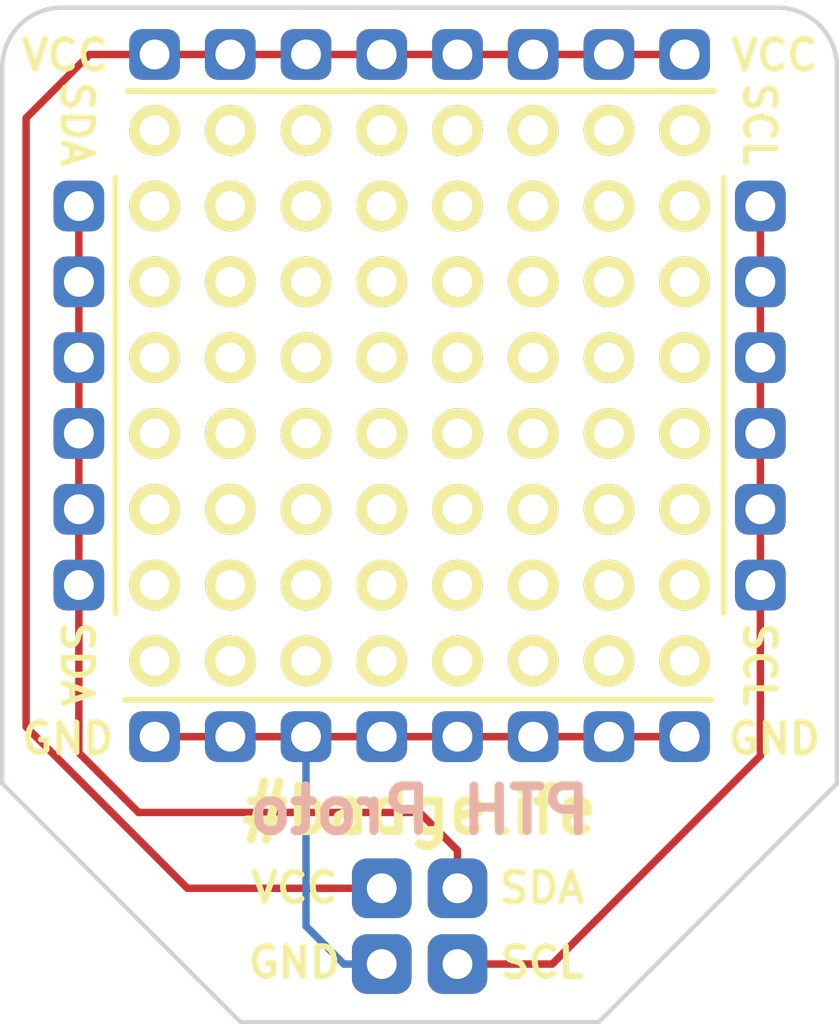
<source format=kicad_pcb>
(kicad_pcb (version 20171130) (host pcbnew "(5.0.0-rc2-dev-222-g3b0a758)")

  (general
    (thickness 1.6)
    (drawings 26)
    (tracks 40)
    (zones 0)
    (modules 69)
    (nets 5)
  )

  (page A4)
  (title_block
    (title "PTH Protoboard")
    (comment 1 "#badgelife")
  )

  (layers
    (0 F.Cu signal)
    (31 B.Cu signal)
    (32 B.Adhes user)
    (33 F.Adhes user)
    (34 B.Paste user)
    (35 F.Paste user)
    (36 B.SilkS user)
    (37 F.SilkS user)
    (38 B.Mask user)
    (39 F.Mask user)
    (40 Dwgs.User user)
    (41 Cmts.User user)
    (42 Eco1.User user)
    (43 Eco2.User user)
    (44 Edge.Cuts user)
    (45 Margin user)
    (46 B.CrtYd user)
    (47 F.CrtYd user)
    (48 B.Fab user)
    (49 F.Fab user)
  )

  (setup
    (last_trace_width 0.25)
    (trace_clearance 0.2)
    (zone_clearance 0.508)
    (zone_45_only no)
    (trace_min 0.2)
    (segment_width 0.2)
    (edge_width 0.15)
    (via_size 0.8)
    (via_drill 0.4)
    (via_min_size 0.4)
    (via_min_drill 0.3)
    (uvia_size 0.3)
    (uvia_drill 0.1)
    (uvias_allowed no)
    (uvia_min_size 0.2)
    (uvia_min_drill 0.1)
    (pcb_text_width 0.3)
    (pcb_text_size 1.5 1.5)
    (mod_edge_width 0.15)
    (mod_text_size 1 1)
    (mod_text_width 0.15)
    (pad_size 1.7 1.7)
    (pad_drill 1)
    (pad_to_mask_clearance 0.2)
    (aux_axis_origin 0 0)
    (grid_origin 65 65)
    (visible_elements FFFFFF7F)
    (pcbplotparams
      (layerselection 0x010fc_ffffffff)
      (usegerberextensions false)
      (usegerberattributes false)
      (usegerberadvancedattributes false)
      (creategerberjobfile false)
      (excludeedgelayer true)
      (linewidth 0.100000)
      (plotframeref false)
      (viasonmask false)
      (mode 1)
      (useauxorigin false)
      (hpglpennumber 1)
      (hpglpenspeed 20)
      (hpglpendiameter 15)
      (psnegative false)
      (psa4output false)
      (plotreference true)
      (plotvalue true)
      (plotinvisibletext false)
      (padsonsilk false)
      (subtractmaskfromsilk false)
      (outputformat 1)
      (mirror false)
      (drillshape 1)
      (scaleselection 1)
      (outputdirectory ""))
  )

  (net 0 "")
  (net 1 SCL)
  (net 2 GND)
  (net 3 SDA)
  (net 4 VCC)

  (net_class Default "This is the default net class."
    (clearance 0.2)
    (trace_width 0.25)
    (via_dia 0.8)
    (via_drill 0.4)
    (uvia_dia 0.3)
    (uvia_drill 0.1)
    (add_net GND)
    (add_net SCL)
    (add_net SDA)
    (add_net VCC)
  )

  (module Pin_Headers:Pin_Header_Straight_1x06_Pitch2.54mm (layer F.Cu) (tedit 5B539BB2) (tstamp 5B565103)
    (at 76.43 58.65)
    (descr "Through hole straight pin header, 1x06, 2.54mm pitch, single row")
    (tags "Through hole pin header THT 1x06 2.54mm single row")
    (path /5B53B7CC)
    (fp_text reference J5 (at 0 -2.33) (layer F.SilkS) hide
      (effects (font (size 1 1) (thickness 0.15)))
    )
    (fp_text value SCL (at 0 15.03) (layer F.Fab)
      (effects (font (size 1 1) (thickness 0.15)))
    )
    (fp_line (start -0.635 -1.27) (end 1.27 -1.27) (layer F.Fab) (width 0.1))
    (fp_line (start 1.27 -1.27) (end 1.27 13.97) (layer F.Fab) (width 0.1))
    (fp_line (start 1.27 13.97) (end -1.27 13.97) (layer F.Fab) (width 0.1))
    (fp_line (start -1.27 13.97) (end -1.27 -0.635) (layer F.Fab) (width 0.1))
    (fp_line (start -1.27 -0.635) (end -0.635 -1.27) (layer F.Fab) (width 0.1))
    (fp_line (start -1.8 -1.8) (end -1.8 14.5) (layer F.CrtYd) (width 0.05))
    (fp_line (start -1.8 14.5) (end 1.8 14.5) (layer F.CrtYd) (width 0.05))
    (fp_line (start 1.8 14.5) (end 1.8 -1.8) (layer F.CrtYd) (width 0.05))
    (fp_line (start 1.8 -1.8) (end -1.8 -1.8) (layer F.CrtYd) (width 0.05))
    (fp_text user %R (at 0 6.35 90) (layer F.Fab)
      (effects (font (size 1 1) (thickness 0.15)))
    )
    (pad 1 thru_hole roundrect (at 0 0) (size 1.7 1.7) (drill 1) (layers *.Cu *.Mask)(roundrect_rratio 0.25)
      (net 1 SCL))
    (pad 2 thru_hole roundrect (at 0 2.54) (size 1.7 1.7) (drill 1) (layers *.Cu *.Mask)(roundrect_rratio 0.25)
      (net 1 SCL))
    (pad 3 thru_hole roundrect (at 0 5.08) (size 1.7 1.7) (drill 1) (layers *.Cu *.Mask)(roundrect_rratio 0.25)
      (net 1 SCL))
    (pad 4 thru_hole roundrect (at 0 7.62) (size 1.7 1.7) (drill 1) (layers *.Cu *.Mask)(roundrect_rratio 0.25)
      (net 1 SCL))
    (pad 5 thru_hole roundrect (at 0 10.16) (size 1.7 1.7) (drill 1) (layers *.Cu *.Mask)(roundrect_rratio 0.25)
      (net 1 SCL))
    (pad 6 thru_hole roundrect (at 0 12.7) (size 1.7 1.7) (drill 1) (layers *.Cu *.Mask)(roundrect_rratio 0.25)
      (net 1 SCL))
  )

  (module Pin_Headers:Pin_Header_Straight_1x06_Pitch2.54mm (layer F.Cu) (tedit 5B539B9E) (tstamp 5B5650E9)
    (at 53.57 58.65)
    (descr "Through hole straight pin header, 1x06, 2.54mm pitch, single row")
    (tags "Through hole pin header THT 1x06 2.54mm single row")
    (path /5B53B79C)
    (fp_text reference J4 (at 0 -2.33) (layer F.SilkS) hide
      (effects (font (size 1 1) (thickness 0.15)))
    )
    (fp_text value SDA (at 0 15.03) (layer F.Fab)
      (effects (font (size 1 1) (thickness 0.15)))
    )
    (fp_text user %R (at 0 6.35 90) (layer F.Fab)
      (effects (font (size 1 1) (thickness 0.15)))
    )
    (fp_line (start 1.8 -1.8) (end -1.8 -1.8) (layer F.CrtYd) (width 0.05))
    (fp_line (start 1.8 14.5) (end 1.8 -1.8) (layer F.CrtYd) (width 0.05))
    (fp_line (start -1.8 14.5) (end 1.8 14.5) (layer F.CrtYd) (width 0.05))
    (fp_line (start -1.8 -1.8) (end -1.8 14.5) (layer F.CrtYd) (width 0.05))
    (fp_line (start -1.27 -0.635) (end -0.635 -1.27) (layer F.Fab) (width 0.1))
    (fp_line (start -1.27 13.97) (end -1.27 -0.635) (layer F.Fab) (width 0.1))
    (fp_line (start 1.27 13.97) (end -1.27 13.97) (layer F.Fab) (width 0.1))
    (fp_line (start 1.27 -1.27) (end 1.27 13.97) (layer F.Fab) (width 0.1))
    (fp_line (start -0.635 -1.27) (end 1.27 -1.27) (layer F.Fab) (width 0.1))
    (pad 6 thru_hole roundrect (at 0 12.7) (size 1.7 1.7) (drill 1) (layers *.Cu *.Mask)(roundrect_rratio 0.25)
      (net 3 SDA))
    (pad 5 thru_hole roundrect (at 0 10.16) (size 1.7 1.7) (drill 1) (layers *.Cu *.Mask)(roundrect_rratio 0.25)
      (net 3 SDA))
    (pad 4 thru_hole roundrect (at 0 7.62) (size 1.7 1.7) (drill 1) (layers *.Cu *.Mask)(roundrect_rratio 0.25)
      (net 3 SDA))
    (pad 3 thru_hole roundrect (at 0 5.08) (size 1.7 1.7) (drill 1) (layers *.Cu *.Mask)(roundrect_rratio 0.25)
      (net 3 SDA))
    (pad 2 thru_hole roundrect (at 0 2.54) (size 1.7 1.7) (drill 1) (layers *.Cu *.Mask)(roundrect_rratio 0.25)
      (net 3 SDA))
    (pad 1 thru_hole roundrect (at 0 0) (size 1.7 1.7) (drill 1) (layers *.Cu *.Mask)(roundrect_rratio 0.25)
      (net 3 SDA))
  )

  (module Pin_Headers:Pin_Header_Straight_1x08_Pitch2.54mm (layer F.Cu) (tedit 5B539BC9) (tstamp 5B5650B3)
    (at 56.11 76.43 90)
    (descr "Through hole straight pin header, 1x08, 2.54mm pitch, single row")
    (tags "Through hole pin header THT 1x08 2.54mm single row")
    (path /5B539698)
    (fp_text reference J2 (at 0 -2.33 90) (layer F.SilkS) hide
      (effects (font (size 1 1) (thickness 0.15)))
    )
    (fp_text value GND (at 0 20.828 180) (layer F.Fab)
      (effects (font (size 1 1) (thickness 0.15)))
    )
    (fp_text user %R (at 0 8.89 180) (layer F.Fab)
      (effects (font (size 1 1) (thickness 0.15)))
    )
    (fp_line (start 1.8 -1.8) (end -1.8 -1.8) (layer F.CrtYd) (width 0.05))
    (fp_line (start 1.8 19.55) (end 1.8 -1.8) (layer F.CrtYd) (width 0.05))
    (fp_line (start -1.8 19.55) (end 1.8 19.55) (layer F.CrtYd) (width 0.05))
    (fp_line (start -1.8 -1.8) (end -1.8 19.55) (layer F.CrtYd) (width 0.05))
    (fp_line (start -1.27 -0.635) (end -0.635 -1.27) (layer F.Fab) (width 0.1))
    (fp_line (start -1.27 19.05) (end -1.27 -0.635) (layer F.Fab) (width 0.1))
    (fp_line (start 1.27 19.05) (end -1.27 19.05) (layer F.Fab) (width 0.1))
    (fp_line (start 1.27 -1.27) (end 1.27 19.05) (layer F.Fab) (width 0.1))
    (fp_line (start -0.635 -1.27) (end 1.27 -1.27) (layer F.Fab) (width 0.1))
    (pad 8 thru_hole roundrect (at 0 17.78 90) (size 1.7 1.7) (drill 1) (layers *.Cu *.Mask)(roundrect_rratio 0.25)
      (net 2 GND))
    (pad 7 thru_hole roundrect (at 0 15.24 90) (size 1.7 1.7) (drill 1) (layers *.Cu *.Mask)(roundrect_rratio 0.25)
      (net 2 GND))
    (pad 6 thru_hole roundrect (at 0 12.7 90) (size 1.7 1.7) (drill 1) (layers *.Cu *.Mask)(roundrect_rratio 0.25)
      (net 2 GND))
    (pad 5 thru_hole roundrect (at 0 10.16 90) (size 1.7 1.7) (drill 1) (layers *.Cu *.Mask)(roundrect_rratio 0.25)
      (net 2 GND))
    (pad 4 thru_hole roundrect (at 0 7.62 90) (size 1.7 1.7) (drill 1) (layers *.Cu *.Mask)(roundrect_rratio 0.25)
      (net 2 GND))
    (pad 3 thru_hole roundrect (at 0 5.08 90) (size 1.7 1.7) (drill 1) (layers *.Cu *.Mask)(roundrect_rratio 0.25)
      (net 2 GND))
    (pad 2 thru_hole roundrect (at 0 2.54 90) (size 1.7 1.7) (drill 1) (layers *.Cu *.Mask)(roundrect_rratio 0.25)
      (net 2 GND))
    (pad 1 thru_hole roundrect (at 0 0 90) (size 1.7 1.7) (drill 1) (layers *.Cu *.Mask)(roundrect_rratio 0.25)
      (net 2 GND))
  )

  (module Pin_Headers:Pin_Header_Straight_1x08_Pitch2.54mm (layer F.Cu) (tedit 5B539BC4) (tstamp 5B5650CF)
    (at 56.11 53.57 90)
    (descr "Through hole straight pin header, 1x08, 2.54mm pitch, single row")
    (tags "Through hole pin header THT 1x08 2.54mm single row")
    (path /5B5396F6)
    (fp_text reference J3 (at 0 -2.33 90) (layer F.SilkS) hide
      (effects (font (size 1 1) (thickness 0.15)))
    )
    (fp_text value VCC (at 0 20.828 180) (layer F.Fab)
      (effects (font (size 1 1) (thickness 0.15)))
    )
    (fp_line (start -0.635 -1.27) (end 1.27 -1.27) (layer F.Fab) (width 0.1))
    (fp_line (start 1.27 -1.27) (end 1.27 19.05) (layer F.Fab) (width 0.1))
    (fp_line (start 1.27 19.05) (end -1.27 19.05) (layer F.Fab) (width 0.1))
    (fp_line (start -1.27 19.05) (end -1.27 -0.635) (layer F.Fab) (width 0.1))
    (fp_line (start -1.27 -0.635) (end -0.635 -1.27) (layer F.Fab) (width 0.1))
    (fp_line (start -1.8 -1.8) (end -1.8 19.55) (layer F.CrtYd) (width 0.05))
    (fp_line (start -1.8 19.55) (end 1.8 19.55) (layer F.CrtYd) (width 0.05))
    (fp_line (start 1.8 19.55) (end 1.8 -1.8) (layer F.CrtYd) (width 0.05))
    (fp_line (start 1.8 -1.8) (end -1.8 -1.8) (layer F.CrtYd) (width 0.05))
    (fp_text user %R (at 0 8.89 180) (layer F.Fab)
      (effects (font (size 1 1) (thickness 0.15)))
    )
    (pad 1 thru_hole roundrect (at 0 0 90) (size 1.7 1.7) (drill 1) (layers *.Cu *.Mask)(roundrect_rratio 0.25)
      (net 4 VCC))
    (pad 2 thru_hole roundrect (at 0 2.54 90) (size 1.7 1.7) (drill 1) (layers *.Cu *.Mask)(roundrect_rratio 0.25)
      (net 4 VCC))
    (pad 3 thru_hole roundrect (at 0 5.08 90) (size 1.7 1.7) (drill 1) (layers *.Cu *.Mask)(roundrect_rratio 0.25)
      (net 4 VCC))
    (pad 4 thru_hole roundrect (at 0 7.62 90) (size 1.7 1.7) (drill 1) (layers *.Cu *.Mask)(roundrect_rratio 0.25)
      (net 4 VCC))
    (pad 5 thru_hole roundrect (at 0 10.16 90) (size 1.7 1.7) (drill 1) (layers *.Cu *.Mask)(roundrect_rratio 0.25)
      (net 4 VCC))
    (pad 6 thru_hole roundrect (at 0 12.7 90) (size 1.7 1.7) (drill 1) (layers *.Cu *.Mask)(roundrect_rratio 0.25)
      (net 4 VCC))
    (pad 7 thru_hole roundrect (at 0 15.24 90) (size 1.7 1.7) (drill 1) (layers *.Cu *.Mask)(roundrect_rratio 0.25)
      (net 4 VCC))
    (pad 8 thru_hole roundrect (at 0 17.78 90) (size 1.7 1.7) (drill 1) (layers *.Cu *.Mask)(roundrect_rratio 0.25)
      (net 4 VCC))
  )

  (module Connectors:PTH_Proto_pad (layer F.Cu) (tedit 5B539990) (tstamp 5B5689A0)
    (at 71.35 68.81)
    (fp_text reference REF** (at 0 2.286) (layer F.SilkS) hide
      (effects (font (size 1 1) (thickness 0.15)))
    )
    (fp_text value PTH_Proto_pad (at 0 -2.286) (layer F.Fab) hide
      (effects (font (size 1 1) (thickness 0.15)))
    )
    (pad 1 thru_hole circle (at 0 0) (size 1.7 1.7) (drill 1) (layers *.Cu *.Mask F.SilkS))
  )

  (module Connectors:PTH_Proto_pad (layer F.Cu) (tedit 5B539990) (tstamp 5B568987)
    (at 56.11 73.89)
    (fp_text reference REF** (at 0 2.286) (layer F.SilkS) hide
      (effects (font (size 1 1) (thickness 0.15)))
    )
    (fp_text value PTH_Proto_pad (at 0 -2.286) (layer F.Fab) hide
      (effects (font (size 1 1) (thickness 0.15)))
    )
    (pad 1 thru_hole circle (at 0 0) (size 1.7 1.7) (drill 1) (layers *.Cu *.Mask F.SilkS))
  )

  (module Connectors:PTH_Proto_pad (layer F.Cu) (tedit 5B539990) (tstamp 5B56897F)
    (at 58.65 73.89)
    (fp_text reference REF** (at 0 2.286) (layer F.SilkS) hide
      (effects (font (size 1 1) (thickness 0.15)))
    )
    (fp_text value PTH_Proto_pad (at 0 -2.286) (layer F.Fab) hide
      (effects (font (size 1 1) (thickness 0.15)))
    )
    (pad 1 thru_hole circle (at 0 0) (size 1.7 1.7) (drill 1) (layers *.Cu *.Mask F.SilkS))
  )

  (module Connectors:PTH_Proto_pad (layer F.Cu) (tedit 5B539990) (tstamp 5B568977)
    (at 61.19 73.89)
    (fp_text reference REF** (at 0 2.286) (layer F.SilkS) hide
      (effects (font (size 1 1) (thickness 0.15)))
    )
    (fp_text value PTH_Proto_pad (at 0 -2.286) (layer F.Fab) hide
      (effects (font (size 1 1) (thickness 0.15)))
    )
    (pad 1 thru_hole circle (at 0 0) (size 1.7 1.7) (drill 1) (layers *.Cu *.Mask F.SilkS))
  )

  (module Connectors:PTH_Proto_pad (layer F.Cu) (tedit 5B539990) (tstamp 5B56896F)
    (at 63.73 73.89)
    (fp_text reference REF** (at 0 2.286) (layer F.SilkS) hide
      (effects (font (size 1 1) (thickness 0.15)))
    )
    (fp_text value PTH_Proto_pad (at 0 -2.286) (layer F.Fab) hide
      (effects (font (size 1 1) (thickness 0.15)))
    )
    (pad 1 thru_hole circle (at 0 0) (size 1.7 1.7) (drill 1) (layers *.Cu *.Mask F.SilkS))
  )

  (module Connectors:PTH_Proto_pad (layer F.Cu) (tedit 5B539990) (tstamp 5B568967)
    (at 66.27 73.89)
    (fp_text reference REF** (at 0 2.286) (layer F.SilkS) hide
      (effects (font (size 1 1) (thickness 0.15)))
    )
    (fp_text value PTH_Proto_pad (at 0 -2.286) (layer F.Fab) hide
      (effects (font (size 1 1) (thickness 0.15)))
    )
    (pad 1 thru_hole circle (at 0 0) (size 1.7 1.7) (drill 1) (layers *.Cu *.Mask F.SilkS))
  )

  (module Connectors:PTH_Proto_pad (layer F.Cu) (tedit 5B539990) (tstamp 5B56895F)
    (at 68.81 73.89)
    (fp_text reference REF** (at 0 2.286) (layer F.SilkS) hide
      (effects (font (size 1 1) (thickness 0.15)))
    )
    (fp_text value PTH_Proto_pad (at 0 -2.286) (layer F.Fab) hide
      (effects (font (size 1 1) (thickness 0.15)))
    )
    (pad 1 thru_hole circle (at 0 0) (size 1.7 1.7) (drill 1) (layers *.Cu *.Mask F.SilkS))
  )

  (module Connectors:PTH_Proto_pad (layer F.Cu) (tedit 5B539990) (tstamp 5B568957)
    (at 71.35 73.89)
    (fp_text reference REF** (at 0 2.286) (layer F.SilkS) hide
      (effects (font (size 1 1) (thickness 0.15)))
    )
    (fp_text value PTH_Proto_pad (at 0 -2.286) (layer F.Fab) hide
      (effects (font (size 1 1) (thickness 0.15)))
    )
    (pad 1 thru_hole circle (at 0 0) (size 1.7 1.7) (drill 1) (layers *.Cu *.Mask F.SilkS))
  )

  (module Connectors:PTH_Proto_pad (layer F.Cu) (tedit 5B539990) (tstamp 5B56894F)
    (at 73.89 73.89)
    (fp_text reference REF** (at 0 2.286) (layer F.SilkS) hide
      (effects (font (size 1 1) (thickness 0.15)))
    )
    (fp_text value PTH_Proto_pad (at 0 -2.286) (layer F.Fab) hide
      (effects (font (size 1 1) (thickness 0.15)))
    )
    (pad 1 thru_hole circle (at 0 0) (size 1.7 1.7) (drill 1) (layers *.Cu *.Mask F.SilkS))
  )

  (module Connectors:PTH_Proto_pad (layer F.Cu) (tedit 5B539990) (tstamp 5B568947)
    (at 73.89 71.35)
    (fp_text reference REF** (at 0 2.286) (layer F.SilkS) hide
      (effects (font (size 1 1) (thickness 0.15)))
    )
    (fp_text value PTH_Proto_pad (at 0 -2.286) (layer F.Fab) hide
      (effects (font (size 1 1) (thickness 0.15)))
    )
    (pad 1 thru_hole circle (at 0 0) (size 1.7 1.7) (drill 1) (layers *.Cu *.Mask F.SilkS))
  )

  (module Connectors:PTH_Proto_pad (layer F.Cu) (tedit 5B539990) (tstamp 5B56893F)
    (at 71.35 71.35)
    (fp_text reference REF** (at 0 2.286) (layer F.SilkS) hide
      (effects (font (size 1 1) (thickness 0.15)))
    )
    (fp_text value PTH_Proto_pad (at 0 -2.286) (layer F.Fab) hide
      (effects (font (size 1 1) (thickness 0.15)))
    )
    (pad 1 thru_hole circle (at 0 0) (size 1.7 1.7) (drill 1) (layers *.Cu *.Mask F.SilkS))
  )

  (module Connectors:PTH_Proto_pad (layer F.Cu) (tedit 5B539990) (tstamp 5B568937)
    (at 68.81 71.35)
    (fp_text reference REF** (at 0 2.286) (layer F.SilkS) hide
      (effects (font (size 1 1) (thickness 0.15)))
    )
    (fp_text value PTH_Proto_pad (at 0 -2.286) (layer F.Fab) hide
      (effects (font (size 1 1) (thickness 0.15)))
    )
    (pad 1 thru_hole circle (at 0 0) (size 1.7 1.7) (drill 1) (layers *.Cu *.Mask F.SilkS))
  )

  (module Connectors:PTH_Proto_pad (layer F.Cu) (tedit 5B539990) (tstamp 5B56892F)
    (at 66.27 71.35)
    (fp_text reference REF** (at 0 2.286) (layer F.SilkS) hide
      (effects (font (size 1 1) (thickness 0.15)))
    )
    (fp_text value PTH_Proto_pad (at 0 -2.286) (layer F.Fab) hide
      (effects (font (size 1 1) (thickness 0.15)))
    )
    (pad 1 thru_hole circle (at 0 0) (size 1.7 1.7) (drill 1) (layers *.Cu *.Mask F.SilkS))
  )

  (module Connectors:PTH_Proto_pad (layer F.Cu) (tedit 5B539990) (tstamp 5B568927)
    (at 63.73 71.35)
    (fp_text reference REF** (at 0 2.286) (layer F.SilkS) hide
      (effects (font (size 1 1) (thickness 0.15)))
    )
    (fp_text value PTH_Proto_pad (at 0 -2.286) (layer F.Fab) hide
      (effects (font (size 1 1) (thickness 0.15)))
    )
    (pad 1 thru_hole circle (at 0 0) (size 1.7 1.7) (drill 1) (layers *.Cu *.Mask F.SilkS))
  )

  (module Connectors:PTH_Proto_pad (layer F.Cu) (tedit 5B539990) (tstamp 5B56891F)
    (at 61.19 71.35)
    (fp_text reference REF** (at 0 2.286) (layer F.SilkS) hide
      (effects (font (size 1 1) (thickness 0.15)))
    )
    (fp_text value PTH_Proto_pad (at 0 -2.286) (layer F.Fab) hide
      (effects (font (size 1 1) (thickness 0.15)))
    )
    (pad 1 thru_hole circle (at 0 0) (size 1.7 1.7) (drill 1) (layers *.Cu *.Mask F.SilkS))
  )

  (module Connectors:PTH_Proto_pad (layer F.Cu) (tedit 5B539990) (tstamp 5B568917)
    (at 58.65 71.35)
    (fp_text reference REF** (at 0 2.286) (layer F.SilkS) hide
      (effects (font (size 1 1) (thickness 0.15)))
    )
    (fp_text value PTH_Proto_pad (at 0 -2.286) (layer F.Fab) hide
      (effects (font (size 1 1) (thickness 0.15)))
    )
    (pad 1 thru_hole circle (at 0 0) (size 1.7 1.7) (drill 1) (layers *.Cu *.Mask F.SilkS))
  )

  (module Connectors:PTH_Proto_pad (layer F.Cu) (tedit 5B539990) (tstamp 5B56890F)
    (at 56.11 71.35)
    (fp_text reference REF** (at 0 2.286) (layer F.SilkS) hide
      (effects (font (size 1 1) (thickness 0.15)))
    )
    (fp_text value PTH_Proto_pad (at 0 -2.286) (layer F.Fab) hide
      (effects (font (size 1 1) (thickness 0.15)))
    )
    (pad 1 thru_hole circle (at 0 0) (size 1.7 1.7) (drill 1) (layers *.Cu *.Mask F.SilkS))
  )

  (module Connectors:PTH_Proto_pad (layer F.Cu) (tedit 5B539990) (tstamp 5B568907)
    (at 56.11 68.81)
    (fp_text reference REF** (at 0 2.286) (layer F.SilkS) hide
      (effects (font (size 1 1) (thickness 0.15)))
    )
    (fp_text value PTH_Proto_pad (at 0 -2.286) (layer F.Fab) hide
      (effects (font (size 1 1) (thickness 0.15)))
    )
    (pad 1 thru_hole circle (at 0 0) (size 1.7 1.7) (drill 1) (layers *.Cu *.Mask F.SilkS))
  )

  (module Connectors:PTH_Proto_pad (layer F.Cu) (tedit 5B539990) (tstamp 5B5688FF)
    (at 58.65 68.81)
    (fp_text reference REF** (at 0 2.286) (layer F.SilkS) hide
      (effects (font (size 1 1) (thickness 0.15)))
    )
    (fp_text value PTH_Proto_pad (at 0 -2.286) (layer F.Fab) hide
      (effects (font (size 1 1) (thickness 0.15)))
    )
    (pad 1 thru_hole circle (at 0 0) (size 1.7 1.7) (drill 1) (layers *.Cu *.Mask F.SilkS))
  )

  (module Connectors:PTH_Proto_pad (layer F.Cu) (tedit 5B539990) (tstamp 5B5688F7)
    (at 61.19 68.81)
    (fp_text reference REF** (at 0 2.286) (layer F.SilkS) hide
      (effects (font (size 1 1) (thickness 0.15)))
    )
    (fp_text value PTH_Proto_pad (at 0 -2.286) (layer F.Fab) hide
      (effects (font (size 1 1) (thickness 0.15)))
    )
    (pad 1 thru_hole circle (at 0 0) (size 1.7 1.7) (drill 1) (layers *.Cu *.Mask F.SilkS))
  )

  (module Connectors:PTH_Proto_pad (layer F.Cu) (tedit 5B539990) (tstamp 5B5688EF)
    (at 63.73 68.81)
    (fp_text reference REF** (at 0 2.286) (layer F.SilkS) hide
      (effects (font (size 1 1) (thickness 0.15)))
    )
    (fp_text value PTH_Proto_pad (at 0 -2.286) (layer F.Fab) hide
      (effects (font (size 1 1) (thickness 0.15)))
    )
    (pad 1 thru_hole circle (at 0 0) (size 1.7 1.7) (drill 1) (layers *.Cu *.Mask F.SilkS))
  )

  (module Connectors:PTH_Proto_pad (layer F.Cu) (tedit 5B539990) (tstamp 5B5688E7)
    (at 66.27 68.81)
    (fp_text reference REF** (at 0 2.286) (layer F.SilkS) hide
      (effects (font (size 1 1) (thickness 0.15)))
    )
    (fp_text value PTH_Proto_pad (at 0 -2.286) (layer F.Fab) hide
      (effects (font (size 1 1) (thickness 0.15)))
    )
    (pad 1 thru_hole circle (at 0 0) (size 1.7 1.7) (drill 1) (layers *.Cu *.Mask F.SilkS))
  )

  (module Connectors:PTH_Proto_pad (layer F.Cu) (tedit 5B539990) (tstamp 5B5688DF)
    (at 68.81 68.81)
    (fp_text reference REF** (at 0 2.286) (layer F.SilkS) hide
      (effects (font (size 1 1) (thickness 0.15)))
    )
    (fp_text value PTH_Proto_pad (at 0 -2.286) (layer F.Fab) hide
      (effects (font (size 1 1) (thickness 0.15)))
    )
    (pad 1 thru_hole circle (at 0 0) (size 1.7 1.7) (drill 1) (layers *.Cu *.Mask F.SilkS))
  )

  (module Connectors:PTH_Proto_pad (layer F.Cu) (tedit 5B539990) (tstamp 5B5688D7)
    (at 73.89 68.81)
    (fp_text reference REF** (at 0 2.286) (layer F.SilkS) hide
      (effects (font (size 1 1) (thickness 0.15)))
    )
    (fp_text value PTH_Proto_pad (at 0 -2.286) (layer F.Fab) hide
      (effects (font (size 1 1) (thickness 0.15)))
    )
    (pad 1 thru_hole circle (at 0 0) (size 1.7 1.7) (drill 1) (layers *.Cu *.Mask F.SilkS))
  )

  (module Connectors:PTH_Proto_pad (layer F.Cu) (tedit 5B539990) (tstamp 5B5688CF)
    (at 73.89 66.27)
    (fp_text reference REF** (at 0 2.286) (layer F.SilkS) hide
      (effects (font (size 1 1) (thickness 0.15)))
    )
    (fp_text value PTH_Proto_pad (at 0 -2.286) (layer F.Fab) hide
      (effects (font (size 1 1) (thickness 0.15)))
    )
    (pad 1 thru_hole circle (at 0 0) (size 1.7 1.7) (drill 1) (layers *.Cu *.Mask F.SilkS))
  )

  (module Connectors:PTH_Proto_pad (layer F.Cu) (tedit 5B539990) (tstamp 5B5688C7)
    (at 71.35 66.27)
    (fp_text reference REF** (at 0 2.286) (layer F.SilkS) hide
      (effects (font (size 1 1) (thickness 0.15)))
    )
    (fp_text value PTH_Proto_pad (at 0 -2.286) (layer F.Fab) hide
      (effects (font (size 1 1) (thickness 0.15)))
    )
    (pad 1 thru_hole circle (at 0 0) (size 1.7 1.7) (drill 1) (layers *.Cu *.Mask F.SilkS))
  )

  (module Connectors:PTH_Proto_pad (layer F.Cu) (tedit 5B539990) (tstamp 5B5688BF)
    (at 68.81 66.27)
    (fp_text reference REF** (at 0 2.286) (layer F.SilkS) hide
      (effects (font (size 1 1) (thickness 0.15)))
    )
    (fp_text value PTH_Proto_pad (at 0 -2.286) (layer F.Fab) hide
      (effects (font (size 1 1) (thickness 0.15)))
    )
    (pad 1 thru_hole circle (at 0 0) (size 1.7 1.7) (drill 1) (layers *.Cu *.Mask F.SilkS))
  )

  (module Connectors:PTH_Proto_pad (layer F.Cu) (tedit 5B539990) (tstamp 5B5688B7)
    (at 66.27 66.27)
    (fp_text reference REF** (at 0 2.286) (layer F.SilkS) hide
      (effects (font (size 1 1) (thickness 0.15)))
    )
    (fp_text value PTH_Proto_pad (at 0 -2.286) (layer F.Fab) hide
      (effects (font (size 1 1) (thickness 0.15)))
    )
    (pad 1 thru_hole circle (at 0 0) (size 1.7 1.7) (drill 1) (layers *.Cu *.Mask F.SilkS))
  )

  (module Connectors:PTH_Proto_pad (layer F.Cu) (tedit 5B539990) (tstamp 5B5688AF)
    (at 63.73 66.27)
    (fp_text reference REF** (at 0 2.286) (layer F.SilkS) hide
      (effects (font (size 1 1) (thickness 0.15)))
    )
    (fp_text value PTH_Proto_pad (at 0 -2.286) (layer F.Fab) hide
      (effects (font (size 1 1) (thickness 0.15)))
    )
    (pad 1 thru_hole circle (at 0 0) (size 1.7 1.7) (drill 1) (layers *.Cu *.Mask F.SilkS))
  )

  (module Connectors:PTH_Proto_pad (layer F.Cu) (tedit 5B539990) (tstamp 5B5688A7)
    (at 61.19 66.27)
    (fp_text reference REF** (at 0 2.286) (layer F.SilkS) hide
      (effects (font (size 1 1) (thickness 0.15)))
    )
    (fp_text value PTH_Proto_pad (at 0 -2.286) (layer F.Fab) hide
      (effects (font (size 1 1) (thickness 0.15)))
    )
    (pad 1 thru_hole circle (at 0 0) (size 1.7 1.7) (drill 1) (layers *.Cu *.Mask F.SilkS))
  )

  (module Connectors:PTH_Proto_pad (layer F.Cu) (tedit 5B539990) (tstamp 5B56889F)
    (at 58.65 66.27)
    (fp_text reference REF** (at 0 2.286) (layer F.SilkS) hide
      (effects (font (size 1 1) (thickness 0.15)))
    )
    (fp_text value PTH_Proto_pad (at 0 -2.286) (layer F.Fab) hide
      (effects (font (size 1 1) (thickness 0.15)))
    )
    (pad 1 thru_hole circle (at 0 0) (size 1.7 1.7) (drill 1) (layers *.Cu *.Mask F.SilkS))
  )

  (module Connectors:PTH_Proto_pad (layer F.Cu) (tedit 5B539990) (tstamp 5B568897)
    (at 56.11 66.27)
    (fp_text reference REF** (at 0 2.286) (layer F.SilkS) hide
      (effects (font (size 1 1) (thickness 0.15)))
    )
    (fp_text value PTH_Proto_pad (at 0 -2.286) (layer F.Fab) hide
      (effects (font (size 1 1) (thickness 0.15)))
    )
    (pad 1 thru_hole circle (at 0 0) (size 1.7 1.7) (drill 1) (layers *.Cu *.Mask F.SilkS))
  )

  (module Connectors:PTH_Proto_pad (layer F.Cu) (tedit 5B539990) (tstamp 5B56888F)
    (at 56.11 63.73)
    (fp_text reference REF** (at 0 2.286) (layer F.SilkS) hide
      (effects (font (size 1 1) (thickness 0.15)))
    )
    (fp_text value PTH_Proto_pad (at 0 -2.286) (layer F.Fab) hide
      (effects (font (size 1 1) (thickness 0.15)))
    )
    (pad 1 thru_hole circle (at 0 0) (size 1.7 1.7) (drill 1) (layers *.Cu *.Mask F.SilkS))
  )

  (module Connectors:PTH_Proto_pad (layer F.Cu) (tedit 5B539990) (tstamp 5B568887)
    (at 58.65 63.73)
    (fp_text reference REF** (at 0 2.286) (layer F.SilkS) hide
      (effects (font (size 1 1) (thickness 0.15)))
    )
    (fp_text value PTH_Proto_pad (at 0 -2.286) (layer F.Fab) hide
      (effects (font (size 1 1) (thickness 0.15)))
    )
    (pad 1 thru_hole circle (at 0 0) (size 1.7 1.7) (drill 1) (layers *.Cu *.Mask F.SilkS))
  )

  (module Connectors:PTH_Proto_pad (layer F.Cu) (tedit 5B539990) (tstamp 5B56887F)
    (at 61.19 63.73)
    (fp_text reference REF** (at 0 2.286) (layer F.SilkS) hide
      (effects (font (size 1 1) (thickness 0.15)))
    )
    (fp_text value PTH_Proto_pad (at 0 -2.286) (layer F.Fab) hide
      (effects (font (size 1 1) (thickness 0.15)))
    )
    (pad 1 thru_hole circle (at 0 0) (size 1.7 1.7) (drill 1) (layers *.Cu *.Mask F.SilkS))
  )

  (module Connectors:PTH_Proto_pad (layer F.Cu) (tedit 5B539990) (tstamp 5B568877)
    (at 63.73 63.73)
    (fp_text reference REF** (at 0 2.286) (layer F.SilkS) hide
      (effects (font (size 1 1) (thickness 0.15)))
    )
    (fp_text value PTH_Proto_pad (at 0 -2.286) (layer F.Fab) hide
      (effects (font (size 1 1) (thickness 0.15)))
    )
    (pad 1 thru_hole circle (at 0 0) (size 1.7 1.7) (drill 1) (layers *.Cu *.Mask F.SilkS))
  )

  (module Connectors:PTH_Proto_pad (layer F.Cu) (tedit 5B539990) (tstamp 5B56886F)
    (at 66.27 63.73)
    (fp_text reference REF** (at 0 2.286) (layer F.SilkS) hide
      (effects (font (size 1 1) (thickness 0.15)))
    )
    (fp_text value PTH_Proto_pad (at 0 -2.286) (layer F.Fab) hide
      (effects (font (size 1 1) (thickness 0.15)))
    )
    (pad 1 thru_hole circle (at 0 0) (size 1.7 1.7) (drill 1) (layers *.Cu *.Mask F.SilkS))
  )

  (module Connectors:PTH_Proto_pad (layer F.Cu) (tedit 5B539990) (tstamp 5B568867)
    (at 68.81 63.73)
    (fp_text reference REF** (at 0 2.286) (layer F.SilkS) hide
      (effects (font (size 1 1) (thickness 0.15)))
    )
    (fp_text value PTH_Proto_pad (at 0 -2.286) (layer F.Fab) hide
      (effects (font (size 1 1) (thickness 0.15)))
    )
    (pad 1 thru_hole circle (at 0 0) (size 1.7 1.7) (drill 1) (layers *.Cu *.Mask F.SilkS))
  )

  (module Connectors:PTH_Proto_pad (layer F.Cu) (tedit 5B539990) (tstamp 5B56885F)
    (at 71.35 63.73)
    (fp_text reference REF** (at 0 2.286) (layer F.SilkS) hide
      (effects (font (size 1 1) (thickness 0.15)))
    )
    (fp_text value PTH_Proto_pad (at 0 -2.286) (layer F.Fab) hide
      (effects (font (size 1 1) (thickness 0.15)))
    )
    (pad 1 thru_hole circle (at 0 0) (size 1.7 1.7) (drill 1) (layers *.Cu *.Mask F.SilkS))
  )

  (module Connectors:PTH_Proto_pad (layer F.Cu) (tedit 5B539990) (tstamp 5B568857)
    (at 73.89 63.73)
    (fp_text reference REF** (at 0 2.286) (layer F.SilkS) hide
      (effects (font (size 1 1) (thickness 0.15)))
    )
    (fp_text value PTH_Proto_pad (at 0 -2.286) (layer F.Fab) hide
      (effects (font (size 1 1) (thickness 0.15)))
    )
    (pad 1 thru_hole circle (at 0 0) (size 1.7 1.7) (drill 1) (layers *.Cu *.Mask F.SilkS))
  )

  (module Connectors:PTH_Proto_pad (layer F.Cu) (tedit 5B539990) (tstamp 5B56884F)
    (at 73.89 61.19)
    (fp_text reference REF** (at 0 2.286) (layer F.SilkS) hide
      (effects (font (size 1 1) (thickness 0.15)))
    )
    (fp_text value PTH_Proto_pad (at 0 -2.286) (layer F.Fab) hide
      (effects (font (size 1 1) (thickness 0.15)))
    )
    (pad 1 thru_hole circle (at 0 0) (size 1.7 1.7) (drill 1) (layers *.Cu *.Mask F.SilkS))
  )

  (module Connectors:PTH_Proto_pad (layer F.Cu) (tedit 5B539990) (tstamp 5B568847)
    (at 71.35 61.19)
    (fp_text reference REF** (at 0 2.286) (layer F.SilkS) hide
      (effects (font (size 1 1) (thickness 0.15)))
    )
    (fp_text value PTH_Proto_pad (at 0 -2.286) (layer F.Fab) hide
      (effects (font (size 1 1) (thickness 0.15)))
    )
    (pad 1 thru_hole circle (at 0 0) (size 1.7 1.7) (drill 1) (layers *.Cu *.Mask F.SilkS))
  )

  (module Connectors:PTH_Proto_pad (layer F.Cu) (tedit 5B539990) (tstamp 5B56883F)
    (at 68.81 61.19)
    (fp_text reference REF** (at 0 2.286) (layer F.SilkS) hide
      (effects (font (size 1 1) (thickness 0.15)))
    )
    (fp_text value PTH_Proto_pad (at 0 -2.286) (layer F.Fab) hide
      (effects (font (size 1 1) (thickness 0.15)))
    )
    (pad 1 thru_hole circle (at 0 0) (size 1.7 1.7) (drill 1) (layers *.Cu *.Mask F.SilkS))
  )

  (module Connectors:PTH_Proto_pad (layer F.Cu) (tedit 5B539990) (tstamp 5B568837)
    (at 66.27 61.19)
    (fp_text reference REF** (at 0 2.286) (layer F.SilkS) hide
      (effects (font (size 1 1) (thickness 0.15)))
    )
    (fp_text value PTH_Proto_pad (at 0 -2.286) (layer F.Fab) hide
      (effects (font (size 1 1) (thickness 0.15)))
    )
    (pad 1 thru_hole circle (at 0 0) (size 1.7 1.7) (drill 1) (layers *.Cu *.Mask F.SilkS))
  )

  (module Connectors:PTH_Proto_pad (layer F.Cu) (tedit 5B539990) (tstamp 5B56882F)
    (at 63.73 61.19)
    (fp_text reference REF** (at 0 2.286) (layer F.SilkS) hide
      (effects (font (size 1 1) (thickness 0.15)))
    )
    (fp_text value PTH_Proto_pad (at 0 -2.286) (layer F.Fab) hide
      (effects (font (size 1 1) (thickness 0.15)))
    )
    (pad 1 thru_hole circle (at 0 0) (size 1.7 1.7) (drill 1) (layers *.Cu *.Mask F.SilkS))
  )

  (module Connectors:PTH_Proto_pad (layer F.Cu) (tedit 5B539990) (tstamp 5B568827)
    (at 61.19 61.19)
    (fp_text reference REF** (at 0 2.286) (layer F.SilkS) hide
      (effects (font (size 1 1) (thickness 0.15)))
    )
    (fp_text value PTH_Proto_pad (at 0 -2.286) (layer F.Fab) hide
      (effects (font (size 1 1) (thickness 0.15)))
    )
    (pad 1 thru_hole circle (at 0 0) (size 1.7 1.7) (drill 1) (layers *.Cu *.Mask F.SilkS))
  )

  (module Connectors:PTH_Proto_pad (layer F.Cu) (tedit 5B539990) (tstamp 5B56881F)
    (at 58.65 61.19)
    (fp_text reference REF** (at 0 2.286) (layer F.SilkS) hide
      (effects (font (size 1 1) (thickness 0.15)))
    )
    (fp_text value PTH_Proto_pad (at 0 -2.286) (layer F.Fab) hide
      (effects (font (size 1 1) (thickness 0.15)))
    )
    (pad 1 thru_hole circle (at 0 0) (size 1.7 1.7) (drill 1) (layers *.Cu *.Mask F.SilkS))
  )

  (module Connectors:PTH_Proto_pad (layer F.Cu) (tedit 5B539990) (tstamp 5B568817)
    (at 56.11 61.19)
    (fp_text reference REF** (at 0 2.286) (layer F.SilkS) hide
      (effects (font (size 1 1) (thickness 0.15)))
    )
    (fp_text value PTH_Proto_pad (at 0 -2.286) (layer F.Fab) hide
      (effects (font (size 1 1) (thickness 0.15)))
    )
    (pad 1 thru_hole circle (at 0 0) (size 1.7 1.7) (drill 1) (layers *.Cu *.Mask F.SilkS))
  )

  (module Connectors:PTH_Proto_pad (layer F.Cu) (tedit 5B539990) (tstamp 5B5687FE)
    (at 58.65 58.65)
    (fp_text reference REF** (at 0 2.286) (layer F.SilkS) hide
      (effects (font (size 1 1) (thickness 0.15)))
    )
    (fp_text value PTH_Proto_pad (at 0 -2.286) (layer F.Fab) hide
      (effects (font (size 1 1) (thickness 0.15)))
    )
    (pad 1 thru_hole circle (at 0 0) (size 1.7 1.7) (drill 1) (layers *.Cu *.Mask F.SilkS))
  )

  (module Connectors:PTH_Proto_pad (layer F.Cu) (tedit 5B539990) (tstamp 5B5687F6)
    (at 56.11 58.65)
    (fp_text reference REF** (at 0 2.286) (layer F.SilkS) hide
      (effects (font (size 1 1) (thickness 0.15)))
    )
    (fp_text value PTH_Proto_pad (at 0 -2.286) (layer F.Fab) hide
      (effects (font (size 1 1) (thickness 0.15)))
    )
    (pad 1 thru_hole circle (at 0 0) (size 1.7 1.7) (drill 1) (layers *.Cu *.Mask F.SilkS))
  )

  (module Connectors:PTH_Proto_pad (layer F.Cu) (tedit 5B539990) (tstamp 5B5687EE)
    (at 61.19 58.65)
    (fp_text reference REF** (at 0 2.286) (layer F.SilkS) hide
      (effects (font (size 1 1) (thickness 0.15)))
    )
    (fp_text value PTH_Proto_pad (at 0 -2.286) (layer F.Fab) hide
      (effects (font (size 1 1) (thickness 0.15)))
    )
    (pad 1 thru_hole circle (at 0 0) (size 1.7 1.7) (drill 1) (layers *.Cu *.Mask F.SilkS))
  )

  (module Connectors:PTH_Proto_pad (layer F.Cu) (tedit 5B539990) (tstamp 5B5687E6)
    (at 63.73 58.65)
    (fp_text reference REF** (at 0 2.286) (layer F.SilkS) hide
      (effects (font (size 1 1) (thickness 0.15)))
    )
    (fp_text value PTH_Proto_pad (at 0 -2.286) (layer F.Fab) hide
      (effects (font (size 1 1) (thickness 0.15)))
    )
    (pad 1 thru_hole circle (at 0 0) (size 1.7 1.7) (drill 1) (layers *.Cu *.Mask F.SilkS))
  )

  (module Connectors:PTH_Proto_pad (layer F.Cu) (tedit 5B539990) (tstamp 5B5687DE)
    (at 66.27 58.65)
    (fp_text reference REF** (at 0 2.286) (layer F.SilkS) hide
      (effects (font (size 1 1) (thickness 0.15)))
    )
    (fp_text value PTH_Proto_pad (at 0 -2.286) (layer F.Fab) hide
      (effects (font (size 1 1) (thickness 0.15)))
    )
    (pad 1 thru_hole circle (at 0 0) (size 1.7 1.7) (drill 1) (layers *.Cu *.Mask F.SilkS))
  )

  (module Connectors:PTH_Proto_pad (layer F.Cu) (tedit 5B539990) (tstamp 5B5687D6)
    (at 68.81 58.65)
    (fp_text reference REF** (at 0 2.286) (layer F.SilkS) hide
      (effects (font (size 1 1) (thickness 0.15)))
    )
    (fp_text value PTH_Proto_pad (at 0 -2.286) (layer F.Fab) hide
      (effects (font (size 1 1) (thickness 0.15)))
    )
    (pad 1 thru_hole circle (at 0 0) (size 1.7 1.7) (drill 1) (layers *.Cu *.Mask F.SilkS))
  )

  (module Connectors:PTH_Proto_pad (layer F.Cu) (tedit 5B539990) (tstamp 5B5687CE)
    (at 71.35 58.65)
    (fp_text reference REF** (at 0 2.286) (layer F.SilkS) hide
      (effects (font (size 1 1) (thickness 0.15)))
    )
    (fp_text value PTH_Proto_pad (at 0 -2.286) (layer F.Fab) hide
      (effects (font (size 1 1) (thickness 0.15)))
    )
    (pad 1 thru_hole circle (at 0 0) (size 1.7 1.7) (drill 1) (layers *.Cu *.Mask F.SilkS))
  )

  (module Connectors:PTH_Proto_pad (layer F.Cu) (tedit 5B539990) (tstamp 5B5687C6)
    (at 73.89 58.65)
    (fp_text reference REF** (at 0 2.286) (layer F.SilkS) hide
      (effects (font (size 1 1) (thickness 0.15)))
    )
    (fp_text value PTH_Proto_pad (at 0 -2.286) (layer F.Fab) hide
      (effects (font (size 1 1) (thickness 0.15)))
    )
    (pad 1 thru_hole circle (at 0 0) (size 1.7 1.7) (drill 1) (layers *.Cu *.Mask F.SilkS))
  )

  (module Connectors:PTH_Proto_pad (layer F.Cu) (tedit 5B539990) (tstamp 5B5687BE)
    (at 73.89 56.11)
    (fp_text reference REF** (at 0 2.286) (layer F.SilkS) hide
      (effects (font (size 1 1) (thickness 0.15)))
    )
    (fp_text value PTH_Proto_pad (at 0 -2.286) (layer F.Fab) hide
      (effects (font (size 1 1) (thickness 0.15)))
    )
    (pad 1 thru_hole circle (at 0 0) (size 1.7 1.7) (drill 1) (layers *.Cu *.Mask F.SilkS))
  )

  (module Connectors:PTH_Proto_pad (layer F.Cu) (tedit 5B539990) (tstamp 5B5687B6)
    (at 71.35 56.11)
    (fp_text reference REF** (at 0 2.286) (layer F.SilkS) hide
      (effects (font (size 1 1) (thickness 0.15)))
    )
    (fp_text value PTH_Proto_pad (at 0 -2.286) (layer F.Fab) hide
      (effects (font (size 1 1) (thickness 0.15)))
    )
    (pad 1 thru_hole circle (at 0 0) (size 1.7 1.7) (drill 1) (layers *.Cu *.Mask F.SilkS))
  )

  (module Connectors:PTH_Proto_pad (layer F.Cu) (tedit 5B539990) (tstamp 5B5687AE)
    (at 68.81 56.11)
    (fp_text reference REF** (at 0 2.286) (layer F.SilkS) hide
      (effects (font (size 1 1) (thickness 0.15)))
    )
    (fp_text value PTH_Proto_pad (at 0 -2.286) (layer F.Fab) hide
      (effects (font (size 1 1) (thickness 0.15)))
    )
    (pad 1 thru_hole circle (at 0 0) (size 1.7 1.7) (drill 1) (layers *.Cu *.Mask F.SilkS))
  )

  (module Connectors:PTH_Proto_pad (layer F.Cu) (tedit 5B539990) (tstamp 5B5687A6)
    (at 66.27 56.11)
    (fp_text reference REF** (at 0 2.286) (layer F.SilkS) hide
      (effects (font (size 1 1) (thickness 0.15)))
    )
    (fp_text value PTH_Proto_pad (at 0 -2.286) (layer F.Fab) hide
      (effects (font (size 1 1) (thickness 0.15)))
    )
    (pad 1 thru_hole circle (at 0 0) (size 1.7 1.7) (drill 1) (layers *.Cu *.Mask F.SilkS))
  )

  (module Connectors:PTH_Proto_pad (layer F.Cu) (tedit 5B539990) (tstamp 5B56879E)
    (at 63.73 56.11)
    (fp_text reference REF** (at 0 2.286) (layer F.SilkS) hide
      (effects (font (size 1 1) (thickness 0.15)))
    )
    (fp_text value PTH_Proto_pad (at 0 -2.286) (layer F.Fab) hide
      (effects (font (size 1 1) (thickness 0.15)))
    )
    (pad 1 thru_hole circle (at 0 0) (size 1.7 1.7) (drill 1) (layers *.Cu *.Mask F.SilkS))
  )

  (module Connectors:PTH_Proto_pad (layer F.Cu) (tedit 5B539990) (tstamp 5B568796)
    (at 61.19 56.11)
    (fp_text reference REF** (at 0 2.286) (layer F.SilkS) hide
      (effects (font (size 1 1) (thickness 0.15)))
    )
    (fp_text value PTH_Proto_pad (at 0 -2.286) (layer F.Fab) hide
      (effects (font (size 1 1) (thickness 0.15)))
    )
    (pad 1 thru_hole circle (at 0 0) (size 1.7 1.7) (drill 1) (layers *.Cu *.Mask F.SilkS))
  )

  (module Connectors:PTH_Proto_pad (layer F.Cu) (tedit 5B539990) (tstamp 5B56878E)
    (at 58.65 56.11)
    (fp_text reference REF** (at 0 2.286) (layer F.SilkS) hide
      (effects (font (size 1 1) (thickness 0.15)))
    )
    (fp_text value PTH_Proto_pad (at 0 -2.286) (layer F.Fab) hide
      (effects (font (size 1 1) (thickness 0.15)))
    )
    (pad 1 thru_hole circle (at 0 0) (size 1.7 1.7) (drill 1) (layers *.Cu *.Mask F.SilkS))
  )

  (module Badgelife:ShittyAddon_PTH_only_SAO (layer F.Cu) (tedit 5B537B70) (tstamp 5B5651F2)
    (at 63.73 81.51)
    (descr "Through hole straight pin header, 2x02, 2.54mm pitch, double rows")
    (tags "Through hole pin header THT 2x02 2.54mm double row")
    (path /5B539592)
    (fp_text reference J1 (at 1.27 -2.33) (layer F.SilkS) hide
      (effects (font (size 1 1) (thickness 0.15)))
    )
    (fp_text value Conn_02x02_Counter_Clockwise (at 1.27 4.87) (layer F.Fab) hide
      (effects (font (size 1 1) (thickness 0.15)))
    )
    (pad 3 thru_hole roundrect (at 2.54 2.54) (size 2 2) (drill 1) (layers *.Cu *.Mask)(roundrect_rratio 0.25)
      (net 1 SCL))
    (pad 2 thru_hole roundrect (at 0 2.54) (size 2 2) (drill 1) (layers *.Cu *.Mask)(roundrect_rratio 0.25)
      (net 2 GND))
    (pad 4 thru_hole roundrect (at 2.54 0) (size 2 2) (drill 1) (layers *.Cu *.Mask)(roundrect_rratio 0.25)
      (net 3 SDA))
    (pad 1 thru_hole roundrect (at 0 0) (size 2 2) (drill 1) (layers *.Cu *.Mask)(roundrect_rratio 0.25)
      (net 4 VCC))
    (model ${KISYS3DMOD}/Pin_Headers.3dshapes/Pin_Header_Straight_2x02_Pitch2.54mm.wrl
      (offset (xyz 0 -2.54 -1.8))
      (scale (xyz 1 1 1))
      (rotate (xyz 180 0 0))
    )
  )

  (module Connectors:PTH_Proto_pad (layer F.Cu) (tedit 5B539990) (tstamp 5B568695)
    (at 56.11 56.11)
    (fp_text reference REF** (at 0 2.286) (layer F.SilkS) hide
      (effects (font (size 1 1) (thickness 0.15)))
    )
    (fp_text value PTH_Proto_pad (at 0 -2.286) (layer F.Fab) hide
      (effects (font (size 1 1) (thickness 0.15)))
    )
    (pad 1 thru_hole circle (at 0 0) (size 1.7 1.7) (drill 1) (layers *.Cu *.Mask F.SilkS))
  )

  (gr_text "PTH Proto" (at 65 78.9) (layer B.SilkS)
    (effects (font (size 1.5 1.5) (thickness 0.3)) (justify mirror))
  )
  (gr_text "#badgelife" (at 65 78.9) (layer F.SilkS)
    (effects (font (size 1.5 1.5) (thickness 0.3)))
  )
  (gr_text SCL (at 69.1 84) (layer F.SilkS) (tstamp 5B569147)
    (effects (font (size 1 1) (thickness 0.2)))
  )
  (gr_text GND (at 60.8 84) (layer F.SilkS) (tstamp 5B569144)
    (effects (font (size 1 1) (thickness 0.2)))
  )
  (gr_text SDA (at 69.1 81.5) (layer F.SilkS) (tstamp 5B56912D)
    (effects (font (size 1 1) (thickness 0.2)))
  )
  (gr_text VCC (at 60.8 81.5) (layer F.SilkS) (tstamp 5B56912A)
    (effects (font (size 1 1) (thickness 0.2)))
  )
  (gr_line (start 54.8 57.7) (end 54.8 72.3) (layer F.SilkS) (width 0.2) (tstamp 5B569126))
  (gr_line (start 75.2 57.7) (end 75.2 72.3) (layer F.SilkS) (width 0.2))
  (gr_text SCL (at 76.4 74 -90) (layer F.SilkS) (tstamp 5B569108)
    (effects (font (size 1 1) (thickness 0.2)))
  )
  (gr_text SCL (at 76.4 55.9 -90) (layer F.SilkS) (tstamp 5B569107)
    (effects (font (size 1 1) (thickness 0.2)))
  )
  (gr_text SDA (at 53.5 55.9 -90) (layer F.SilkS) (tstamp 5B569103)
    (effects (font (size 1 1) (thickness 0.2)))
  )
  (gr_text SDA (at 53.5 74 -90) (layer F.SilkS) (tstamp 5B5690D3)
    (effects (font (size 1 1) (thickness 0.2)))
  )
  (gr_text GND (at 53.2 76.5) (layer F.SilkS) (tstamp 5B5690D1)
    (effects (font (size 1 1) (thickness 0.2)))
  )
  (gr_text GND (at 76.9 76.5) (layer F.SilkS) (tstamp 5B5690CD)
    (effects (font (size 1 1) (thickness 0.2)))
  )
  (gr_line (start 55.1 75.2) (end 74.8 75.2) (layer F.SilkS) (width 0.2) (tstamp 5B5690C9))
  (gr_line (start 55.2 54.8) (end 74.9 54.8) (layer F.SilkS) (width 0.2))
  (gr_text VCC (at 53.1 53.6) (layer F.SilkS) (tstamp 5B5690AF)
    (effects (font (size 1 1) (thickness 0.2)))
  )
  (gr_text VCC (at 76.9 53.6) (layer F.SilkS)
    (effects (font (size 1 1) (thickness 0.2)))
  )
  (gr_line (start 71 86) (end 79 78) (layer Edge.Cuts) (width 0.15))
  (gr_line (start 59 86) (end 71 86) (layer Edge.Cuts) (width 0.15))
  (gr_line (start 51 78) (end 59 86) (layer Edge.Cuts) (width 0.15))
  (gr_line (start 79 54) (end 79 78) (layer Edge.Cuts) (width 0.15))
  (gr_line (start 51 54) (end 51 78) (layer Edge.Cuts) (width 0.15))
  (gr_line (start 77 52) (end 53 52) (layer Edge.Cuts) (width 0.15))
  (gr_arc (start 53 54) (end 53.000001 52.000001) (angle -90) (layer Edge.Cuts) (width 0.15) (tstamp 5B5689AB))
  (gr_arc (start 77 54) (end 79 54) (angle -90) (layer Edge.Cuts) (width 0.15))

  (segment (start 66.27 84.05) (end 69.45 84.05) (width 0.25) (layer F.Cu) (net 1))
  (segment (start 69.45 84.05) (end 76.43 77.07) (width 0.25) (layer F.Cu) (net 1))
  (segment (start 76.43 77.07) (end 76.43 71.35) (width 0.25) (layer F.Cu) (net 1))
  (segment (start 76.43 68.81) (end 76.43 71.35) (width 0.25) (layer F.Cu) (net 1))
  (segment (start 76.43 66.27) (end 76.43 68.81) (width 0.25) (layer F.Cu) (net 1))
  (segment (start 76.43 63.73) (end 76.43 66.27) (width 0.25) (layer F.Cu) (net 1))
  (segment (start 76.43 61.19) (end 76.43 63.73) (width 0.25) (layer F.Cu) (net 1))
  (segment (start 76.43 58.65) (end 76.43 61.19) (width 0.25) (layer F.Cu) (net 1))
  (segment (start 62.46 84.05) (end 61.19 82.78) (width 0.25) (layer B.Cu) (net 2))
  (segment (start 61.19 82.78) (end 61.19 76.43) (width 0.25) (layer B.Cu) (net 2))
  (segment (start 63.73 84.05) (end 62.46 84.05) (width 0.25) (layer B.Cu) (net 2))
  (segment (start 71.35 76.43) (end 73.89 76.43) (width 0.25) (layer F.Cu) (net 2))
  (segment (start 68.81 76.43) (end 71.35 76.43) (width 0.25) (layer F.Cu) (net 2))
  (segment (start 66.27 76.43) (end 68.81 76.43) (width 0.25) (layer F.Cu) (net 2))
  (segment (start 63.73 76.43) (end 66.27 76.43) (width 0.25) (layer F.Cu) (net 2))
  (segment (start 61.19 76.43) (end 63.73 76.43) (width 0.25) (layer F.Cu) (net 2))
  (segment (start 58.65 76.43) (end 61.19 76.43) (width 0.25) (layer F.Cu) (net 2))
  (segment (start 56.11 76.43) (end 58.65 76.43) (width 0.25) (layer F.Cu) (net 2))
  (segment (start 53.57 71.35) (end 53.57 76.97) (width 0.25) (layer F.Cu) (net 3))
  (segment (start 53.57 76.97) (end 55.57 78.97) (width 0.25) (layer F.Cu) (net 3))
  (segment (start 55.57 78.97) (end 65 78.97) (width 0.25) (layer F.Cu) (net 3))
  (segment (start 65 78.97) (end 66.27 80.24) (width 0.25) (layer F.Cu) (net 3))
  (segment (start 66.27 80.24) (end 66.27 81.51) (width 0.25) (layer F.Cu) (net 3))
  (segment (start 53.57 68.81) (end 53.57 71.35) (width 0.25) (layer F.Cu) (net 3))
  (segment (start 53.57 66.27) (end 53.57 68.81) (width 0.25) (layer F.Cu) (net 3))
  (segment (start 53.57 63.73) (end 53.57 66.27) (width 0.25) (layer F.Cu) (net 3))
  (segment (start 53.57 61.19) (end 53.57 63.73) (width 0.25) (layer F.Cu) (net 3))
  (segment (start 53.57 58.65) (end 53.57 61.19) (width 0.25) (layer F.Cu) (net 3))
  (segment (start 63.73 81.51) (end 57.21 81.51) (width 0.25) (layer F.Cu) (net 4))
  (segment (start 57.21 81.51) (end 51.8 76.1) (width 0.25) (layer F.Cu) (net 4))
  (segment (start 51.8 76.1) (end 51.8 55.7) (width 0.25) (layer F.Cu) (net 4))
  (segment (start 51.8 55.7) (end 53.93 53.57) (width 0.25) (layer F.Cu) (net 4))
  (segment (start 53.93 53.57) (end 56.11 53.57) (width 0.25) (layer F.Cu) (net 4))
  (segment (start 71.35 53.57) (end 73.89 53.57) (width 0.25) (layer F.Cu) (net 4))
  (segment (start 68.81 53.57) (end 71.35 53.57) (width 0.25) (layer F.Cu) (net 4))
  (segment (start 66.27 53.57) (end 68.81 53.57) (width 0.25) (layer F.Cu) (net 4))
  (segment (start 63.73 53.57) (end 66.27 53.57) (width 0.25) (layer F.Cu) (net 4))
  (segment (start 61.19 53.57) (end 63.73 53.57) (width 0.25) (layer F.Cu) (net 4))
  (segment (start 58.65 53.57) (end 61.19 53.57) (width 0.25) (layer F.Cu) (net 4))
  (segment (start 56.11 53.57) (end 58.65 53.57) (width 0.25) (layer F.Cu) (net 4))

)

</source>
